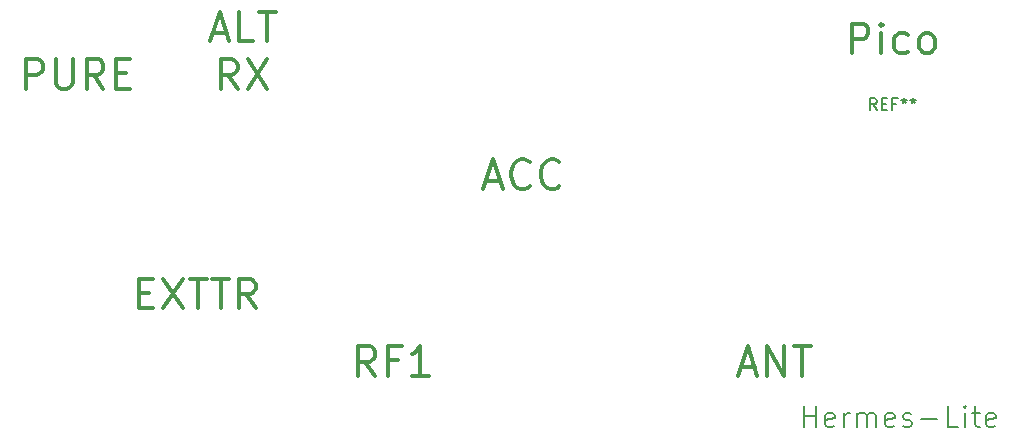
<source format=gto>
G04 #@! TF.GenerationSoftware,KiCad,Pcbnew,6.0.2+dfsg-1*
G04 #@! TF.CreationDate,2023-08-11T11:48:17-04:00*
G04 #@! TF.ProjectId,HL2IO_endcap,484c3249-4f5f-4656-9e64-6361702e6b69,2.1*
G04 #@! TF.SameCoordinates,PX2faf080PY6422c40*
G04 #@! TF.FileFunction,Legend,Top*
G04 #@! TF.FilePolarity,Positive*
%FSLAX46Y46*%
G04 Gerber Fmt 4.6, Leading zero omitted, Abs format (unit mm)*
G04 Created by KiCad (PCBNEW 6.0.2+dfsg-1) date 2023-08-11 11:48:17*
%MOMM*%
%LPD*%
G01*
G04 APERTURE LIST*
%ADD10C,0.300000*%
%ADD11C,0.200000*%
%ADD12C,0.150000*%
%ADD13C,4.900000*%
%ADD14C,9.500000*%
%ADD15C,7.000000*%
%ADD16C,1.000000*%
%ADD17C,3.050000*%
G04 APERTURE END LIST*
D10*
X82547619Y34369048D02*
X82547619Y36869048D01*
X83500000Y36869048D01*
X83738095Y36750000D01*
X83857142Y36630953D01*
X83976190Y36392858D01*
X83976190Y36035715D01*
X83857142Y35797620D01*
X83738095Y35678572D01*
X83500000Y35559524D01*
X82547619Y35559524D01*
X85047619Y34369048D02*
X85047619Y36035715D01*
X85047619Y36869048D02*
X84928571Y36750000D01*
X85047619Y36630953D01*
X85166666Y36750000D01*
X85047619Y36869048D01*
X85047619Y36630953D01*
X87309523Y34488096D02*
X87071428Y34369048D01*
X86595238Y34369048D01*
X86357142Y34488096D01*
X86238095Y34607143D01*
X86119047Y34845239D01*
X86119047Y35559524D01*
X86238095Y35797620D01*
X86357142Y35916667D01*
X86595238Y36035715D01*
X87071428Y36035715D01*
X87309523Y35916667D01*
X88738095Y34369048D02*
X88500000Y34488096D01*
X88380952Y34607143D01*
X88261904Y34845239D01*
X88261904Y35559524D01*
X88380952Y35797620D01*
X88500000Y35916667D01*
X88738095Y36035715D01*
X89095238Y36035715D01*
X89333333Y35916667D01*
X89452380Y35797620D01*
X89571428Y35559524D01*
X89571428Y34845239D01*
X89452380Y34607143D01*
X89333333Y34488096D01*
X89095238Y34369048D01*
X88738095Y34369048D01*
X22219047Y14078572D02*
X23052380Y14078572D01*
X23409523Y12769048D02*
X22219047Y12769048D01*
X22219047Y15269048D01*
X23409523Y15269048D01*
X24242857Y15269048D02*
X25909523Y12769048D01*
X25909523Y15269048D02*
X24242857Y12769048D01*
X26504761Y15269048D02*
X27933333Y15269048D01*
X27219047Y12769048D02*
X27219047Y15269048D01*
X28409523Y15269048D02*
X29838095Y15269048D01*
X29123809Y12769048D02*
X29123809Y15269048D01*
X32100000Y12769048D02*
X31266666Y13959524D01*
X30671428Y12769048D02*
X30671428Y15269048D01*
X31623809Y15269048D01*
X31861904Y15150000D01*
X31980952Y15030953D01*
X32100000Y14792858D01*
X32100000Y14435715D01*
X31980952Y14197620D01*
X31861904Y14078572D01*
X31623809Y13959524D01*
X30671428Y13959524D01*
X28440476Y36095834D02*
X29630952Y36095834D01*
X28202380Y35381548D02*
X29035714Y37881548D01*
X29869047Y35381548D01*
X31892857Y35381548D02*
X30702380Y35381548D01*
X30702380Y37881548D01*
X32369047Y37881548D02*
X33797619Y37881548D01*
X33083333Y35381548D02*
X33083333Y37881548D01*
X30583333Y31356548D02*
X29750000Y32547024D01*
X29154761Y31356548D02*
X29154761Y33856548D01*
X30107142Y33856548D01*
X30345238Y33737500D01*
X30464285Y33618453D01*
X30583333Y33380358D01*
X30583333Y33023215D01*
X30464285Y32785120D01*
X30345238Y32666072D01*
X30107142Y32547024D01*
X29154761Y32547024D01*
X31416666Y33856548D02*
X33083333Y31356548D01*
X33083333Y33856548D02*
X31416666Y31356548D01*
X73142857Y7783334D02*
X74333333Y7783334D01*
X72904761Y7069048D02*
X73738095Y9569048D01*
X74571428Y7069048D01*
X75404761Y7069048D02*
X75404761Y9569048D01*
X76833333Y7069048D01*
X76833333Y9569048D01*
X77666666Y9569048D02*
X79095238Y9569048D01*
X78380952Y7069048D02*
X78380952Y9569048D01*
X51604761Y23583334D02*
X52795238Y23583334D01*
X51366666Y22869048D02*
X52200000Y25369048D01*
X53033333Y22869048D01*
X55295238Y23107143D02*
X55176190Y22988096D01*
X54819047Y22869048D01*
X54580952Y22869048D01*
X54223809Y22988096D01*
X53985714Y23226191D01*
X53866666Y23464286D01*
X53747619Y23940477D01*
X53747619Y24297620D01*
X53866666Y24773810D01*
X53985714Y25011905D01*
X54223809Y25250000D01*
X54580952Y25369048D01*
X54819047Y25369048D01*
X55176190Y25250000D01*
X55295238Y25130953D01*
X57795238Y23107143D02*
X57676190Y22988096D01*
X57319047Y22869048D01*
X57080952Y22869048D01*
X56723809Y22988096D01*
X56485714Y23226191D01*
X56366666Y23464286D01*
X56247619Y23940477D01*
X56247619Y24297620D01*
X56366666Y24773810D01*
X56485714Y25011905D01*
X56723809Y25250000D01*
X57080952Y25369048D01*
X57319047Y25369048D01*
X57676190Y25250000D01*
X57795238Y25130953D01*
X12654761Y31369048D02*
X12654761Y33869048D01*
X13607142Y33869048D01*
X13845238Y33750000D01*
X13964285Y33630953D01*
X14083333Y33392858D01*
X14083333Y33035715D01*
X13964285Y32797620D01*
X13845238Y32678572D01*
X13607142Y32559524D01*
X12654761Y32559524D01*
X15154761Y33869048D02*
X15154761Y31845239D01*
X15273809Y31607143D01*
X15392857Y31488096D01*
X15630952Y31369048D01*
X16107142Y31369048D01*
X16345238Y31488096D01*
X16464285Y31607143D01*
X16583333Y31845239D01*
X16583333Y33869048D01*
X19202380Y31369048D02*
X18369047Y32559524D01*
X17773809Y31369048D02*
X17773809Y33869048D01*
X18726190Y33869048D01*
X18964285Y33750000D01*
X19083333Y33630953D01*
X19202380Y33392858D01*
X19202380Y33035715D01*
X19083333Y32797620D01*
X18964285Y32678572D01*
X18726190Y32559524D01*
X17773809Y32559524D01*
X20273809Y32678572D02*
X21107142Y32678572D01*
X21464285Y31369048D02*
X20273809Y31369048D01*
X20273809Y33869048D01*
X21464285Y33869048D01*
X42211904Y7069048D02*
X41378571Y8259524D01*
X40783333Y7069048D02*
X40783333Y9569048D01*
X41735714Y9569048D01*
X41973809Y9450000D01*
X42092857Y9330953D01*
X42211904Y9092858D01*
X42211904Y8735715D01*
X42092857Y8497620D01*
X41973809Y8378572D01*
X41735714Y8259524D01*
X40783333Y8259524D01*
X44116666Y8378572D02*
X43283333Y8378572D01*
X43283333Y7069048D02*
X43283333Y9569048D01*
X44473809Y9569048D01*
X46735714Y7069048D02*
X45307142Y7069048D01*
X46021428Y7069048D02*
X46021428Y9569048D01*
X45783333Y9211905D01*
X45545238Y8973810D01*
X45307142Y8854762D01*
D11*
X78500000Y2685715D02*
X78500000Y4485715D01*
X78500000Y3628572D02*
X79528571Y3628572D01*
X79528571Y2685715D02*
X79528571Y4485715D01*
X81071428Y2771429D02*
X80900000Y2685715D01*
X80557142Y2685715D01*
X80385714Y2771429D01*
X80300000Y2942858D01*
X80300000Y3628572D01*
X80385714Y3800000D01*
X80557142Y3885715D01*
X80900000Y3885715D01*
X81071428Y3800000D01*
X81157142Y3628572D01*
X81157142Y3457143D01*
X80300000Y3285715D01*
X81928571Y2685715D02*
X81928571Y3885715D01*
X81928571Y3542858D02*
X82014285Y3714286D01*
X82100000Y3800000D01*
X82271428Y3885715D01*
X82442857Y3885715D01*
X83042857Y2685715D02*
X83042857Y3885715D01*
X83042857Y3714286D02*
X83128571Y3800000D01*
X83300000Y3885715D01*
X83557142Y3885715D01*
X83728571Y3800000D01*
X83814285Y3628572D01*
X83814285Y2685715D01*
X83814285Y3628572D02*
X83900000Y3800000D01*
X84071428Y3885715D01*
X84328571Y3885715D01*
X84500000Y3800000D01*
X84585714Y3628572D01*
X84585714Y2685715D01*
X86128571Y2771429D02*
X85957142Y2685715D01*
X85614285Y2685715D01*
X85442857Y2771429D01*
X85357142Y2942858D01*
X85357142Y3628572D01*
X85442857Y3800000D01*
X85614285Y3885715D01*
X85957142Y3885715D01*
X86128571Y3800000D01*
X86214285Y3628572D01*
X86214285Y3457143D01*
X85357142Y3285715D01*
X86900000Y2771429D02*
X87071428Y2685715D01*
X87414285Y2685715D01*
X87585714Y2771429D01*
X87671428Y2942858D01*
X87671428Y3028572D01*
X87585714Y3200000D01*
X87414285Y3285715D01*
X87157142Y3285715D01*
X86985714Y3371429D01*
X86900000Y3542858D01*
X86900000Y3628572D01*
X86985714Y3800000D01*
X87157142Y3885715D01*
X87414285Y3885715D01*
X87585714Y3800000D01*
X88442857Y3371429D02*
X89814285Y3371429D01*
X91528571Y2685715D02*
X90671428Y2685715D01*
X90671428Y4485715D01*
X92128571Y2685715D02*
X92128571Y3885715D01*
X92128571Y4485715D02*
X92042857Y4400000D01*
X92128571Y4314286D01*
X92214285Y4400000D01*
X92128571Y4485715D01*
X92128571Y4314286D01*
X92728571Y3885715D02*
X93414285Y3885715D01*
X92985714Y4485715D02*
X92985714Y2942858D01*
X93071428Y2771429D01*
X93242857Y2685715D01*
X93414285Y2685715D01*
X94700000Y2771429D02*
X94528571Y2685715D01*
X94185714Y2685715D01*
X94014285Y2771429D01*
X93928571Y2942858D01*
X93928571Y3628572D01*
X94014285Y3800000D01*
X94185714Y3885715D01*
X94528571Y3885715D01*
X94700000Y3800000D01*
X94785714Y3628572D01*
X94785714Y3457143D01*
X93928571Y3285715D01*
D12*
X29966666Y25782620D02*
X29633333Y26258810D01*
X29395238Y25782620D02*
X29395238Y26782620D01*
X29776190Y26782620D01*
X29871428Y26735000D01*
X29919047Y26687381D01*
X29966666Y26592143D01*
X29966666Y26449286D01*
X29919047Y26354048D01*
X29871428Y26306429D01*
X29776190Y26258810D01*
X29395238Y26258810D01*
X30395238Y26306429D02*
X30728571Y26306429D01*
X30871428Y25782620D02*
X30395238Y25782620D01*
X30395238Y26782620D01*
X30871428Y26782620D01*
X31633333Y26306429D02*
X31300000Y26306429D01*
X31300000Y25782620D02*
X31300000Y26782620D01*
X31776190Y26782620D01*
X32300000Y26782620D02*
X32300000Y26544524D01*
X32061904Y26639762D02*
X32300000Y26544524D01*
X32538095Y26639762D01*
X32157142Y26354048D02*
X32300000Y26544524D01*
X32442857Y26354048D01*
X33061904Y26782620D02*
X33061904Y26544524D01*
X32823809Y26639762D02*
X33061904Y26544524D01*
X33300000Y26639762D01*
X32919047Y26354048D02*
X33061904Y26544524D01*
X33204761Y26354048D01*
X15766666Y25517620D02*
X15433333Y25993810D01*
X15195238Y25517620D02*
X15195238Y26517620D01*
X15576190Y26517620D01*
X15671428Y26470000D01*
X15719047Y26422381D01*
X15766666Y26327143D01*
X15766666Y26184286D01*
X15719047Y26089048D01*
X15671428Y26041429D01*
X15576190Y25993810D01*
X15195238Y25993810D01*
X16195238Y26041429D02*
X16528571Y26041429D01*
X16671428Y25517620D02*
X16195238Y25517620D01*
X16195238Y26517620D01*
X16671428Y26517620D01*
X17433333Y26041429D02*
X17100000Y26041429D01*
X17100000Y25517620D02*
X17100000Y26517620D01*
X17576190Y26517620D01*
X18100000Y26517620D02*
X18100000Y26279524D01*
X17861904Y26374762D02*
X18100000Y26279524D01*
X18338095Y26374762D01*
X17957142Y26089048D02*
X18100000Y26279524D01*
X18242857Y26089048D01*
X18861904Y26517620D02*
X18861904Y26279524D01*
X18623809Y26374762D02*
X18861904Y26279524D01*
X19100000Y26374762D01*
X18719047Y26089048D02*
X18861904Y26279524D01*
X19004761Y26089048D01*
X84666666Y29547620D02*
X84333333Y30023810D01*
X84095238Y29547620D02*
X84095238Y30547620D01*
X84476190Y30547620D01*
X84571428Y30500000D01*
X84619047Y30452381D01*
X84666666Y30357143D01*
X84666666Y30214286D01*
X84619047Y30119048D01*
X84571428Y30071429D01*
X84476190Y30023810D01*
X84095238Y30023810D01*
X85095238Y30071429D02*
X85428571Y30071429D01*
X85571428Y29547620D02*
X85095238Y29547620D01*
X85095238Y30547620D01*
X85571428Y30547620D01*
X86333333Y30071429D02*
X86000000Y30071429D01*
X86000000Y29547620D02*
X86000000Y30547620D01*
X86476190Y30547620D01*
X87000000Y30547620D02*
X87000000Y30309524D01*
X86761904Y30404762D02*
X87000000Y30309524D01*
X87238095Y30404762D01*
X86857142Y30119048D02*
X87000000Y30309524D01*
X87142857Y30119048D01*
X87761904Y30547620D02*
X87761904Y30309524D01*
X87523809Y30404762D02*
X87761904Y30309524D01*
X88000000Y30404762D01*
X87619047Y30119048D02*
X87761904Y30309524D01*
X87904761Y30119048D01*
%LPC*%
D13*
X101125000Y3750000D03*
X4875000Y3750000D03*
X4875000Y51250000D03*
X101125000Y51250000D03*
D14*
X15000000Y14100000D03*
D15*
X35000000Y8235000D03*
X67000000Y8235000D03*
D16*
X102000000Y36000000D03*
D15*
X90500000Y17800000D03*
X31300000Y25735000D03*
X17300000Y25735000D03*
D16*
X4000000Y36000000D03*
D17*
X68000000Y33735000D03*
X43000000Y33735000D03*
M02*

</source>
